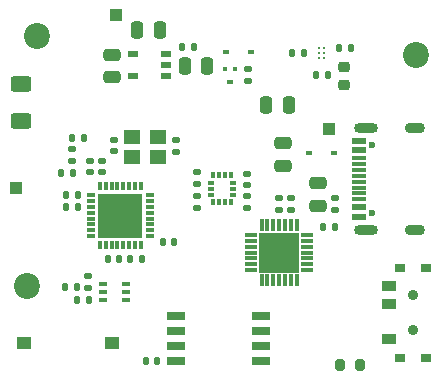
<source format=gbr>
%TF.GenerationSoftware,KiCad,Pcbnew,(6.0.0)*%
%TF.CreationDate,2022-11-27T20:06:59+00:00*%
%TF.ProjectId,Tracer,54726163-6572-42e6-9b69-6361645f7063,F*%
%TF.SameCoordinates,Original*%
%TF.FileFunction,Soldermask,Top*%
%TF.FilePolarity,Negative*%
%FSLAX46Y46*%
G04 Gerber Fmt 4.6, Leading zero omitted, Abs format (unit mm)*
G04 Created by KiCad (PCBNEW (6.0.0)) date 2022-11-27 20:06:59*
%MOMM*%
%LPD*%
G01*
G04 APERTURE LIST*
G04 Aperture macros list*
%AMRoundRect*
0 Rectangle with rounded corners*
0 $1 Rounding radius*
0 $2 $3 $4 $5 $6 $7 $8 $9 X,Y pos of 4 corners*
0 Add a 4 corners polygon primitive as box body*
4,1,4,$2,$3,$4,$5,$6,$7,$8,$9,$2,$3,0*
0 Add four circle primitives for the rounded corners*
1,1,$1+$1,$2,$3*
1,1,$1+$1,$4,$5*
1,1,$1+$1,$6,$7*
1,1,$1+$1,$8,$9*
0 Add four rect primitives between the rounded corners*
20,1,$1+$1,$2,$3,$4,$5,0*
20,1,$1+$1,$4,$5,$6,$7,0*
20,1,$1+$1,$6,$7,$8,$9,0*
20,1,$1+$1,$8,$9,$2,$3,0*%
G04 Aperture macros list end*
%ADD10RoundRect,0.140000X0.170000X-0.140000X0.170000X0.140000X-0.170000X0.140000X-0.170000X-0.140000X0*%
%ADD11RoundRect,0.250000X0.475000X-0.250000X0.475000X0.250000X-0.475000X0.250000X-0.475000X-0.250000X0*%
%ADD12RoundRect,0.140000X0.140000X0.170000X-0.140000X0.170000X-0.140000X-0.170000X0.140000X-0.170000X0*%
%ADD13RoundRect,0.250000X0.250000X0.475000X-0.250000X0.475000X-0.250000X-0.475000X0.250000X-0.475000X0*%
%ADD14R,0.600000X0.450000*%
%ADD15RoundRect,0.135000X-0.135000X-0.185000X0.135000X-0.185000X0.135000X0.185000X-0.135000X0.185000X0*%
%ADD16R,0.400000X0.450000*%
%ADD17R,0.500000X0.450000*%
%ADD18RoundRect,0.135000X0.135000X0.185000X-0.135000X0.185000X-0.135000X-0.185000X0.135000X-0.185000X0*%
%ADD19C,2.200000*%
%ADD20RoundRect,0.250000X-0.250000X-0.475000X0.250000X-0.475000X0.250000X0.475000X-0.250000X0.475000X0*%
%ADD21R,0.800000X0.300000*%
%ADD22R,0.300000X0.800000*%
%ADD23R,3.750000X3.750000*%
%ADD24RoundRect,0.135000X-0.185000X0.135000X-0.185000X-0.135000X0.185000X-0.135000X0.185000X0.135000X0*%
%ADD25R,0.350000X0.575000*%
%ADD26R,0.575000X0.350000*%
%ADD27R,1.000000X1.000000*%
%ADD28RoundRect,0.147500X-0.172500X0.147500X-0.172500X-0.147500X0.172500X-0.147500X0.172500X0.147500X0*%
%ADD29RoundRect,0.140000X-0.170000X0.140000X-0.170000X-0.140000X0.170000X-0.140000X0.170000X0.140000X0*%
%ADD30C,0.900000*%
%ADD31R,1.250000X0.900000*%
%ADD32R,0.900000X0.800000*%
%ADD33R,1.200000X1.000000*%
%ADD34RoundRect,0.135000X0.185000X-0.135000X0.185000X0.135000X-0.185000X0.135000X-0.185000X-0.135000X0*%
%ADD35RoundRect,0.140000X-0.140000X-0.170000X0.140000X-0.170000X0.140000X0.170000X-0.140000X0.170000X0*%
%ADD36R,1.000000X0.300000*%
%ADD37R,0.300000X1.000000*%
%ADD38R,3.350000X3.350000*%
%ADD39RoundRect,0.250000X-0.625000X0.400000X-0.625000X-0.400000X0.625000X-0.400000X0.625000X0.400000X0*%
%ADD40R,0.650000X0.400000*%
%ADD41C,0.226000*%
%ADD42C,0.600000*%
%ADD43R,1.160000X0.600000*%
%ADD44R,1.160000X0.300000*%
%ADD45O,2.000000X0.900000*%
%ADD46O,1.700000X0.900000*%
%ADD47RoundRect,0.218750X-0.256250X0.218750X-0.256250X-0.218750X0.256250X-0.218750X0.256250X0.218750X0*%
%ADD48R,1.400000X1.200000*%
%ADD49RoundRect,0.200000X0.200000X0.275000X-0.200000X0.275000X-0.200000X-0.275000X0.200000X-0.275000X0*%
%ADD50R,0.900000X0.600000*%
%ADD51R,1.650000X0.650000*%
G04 APERTURE END LIST*
D10*
%TO.C,C1*%
X149600000Y-97900000D03*
X149600000Y-96940000D03*
%TD*%
D11*
%TO.C,C16*%
X138195000Y-86850000D03*
X138195000Y-84950000D03*
%TD*%
D12*
%TO.C,C10*%
X135280000Y-96850000D03*
X134320000Y-96850000D03*
%TD*%
D13*
%TO.C,C5*%
X153155000Y-89200000D03*
X151255000Y-89200000D03*
%TD*%
D14*
%TO.C,D1*%
X154900000Y-93300000D03*
X157000000Y-93300000D03*
%TD*%
D15*
%TO.C,R6*%
X157430000Y-84400000D03*
X158450000Y-84400000D03*
%TD*%
D16*
%TO.C,Q2*%
X148600000Y-86125000D03*
X147800000Y-86125000D03*
D17*
X148200000Y-87275000D03*
%TD*%
D11*
%TO.C,C3*%
X152650000Y-94350000D03*
X152650000Y-92450000D03*
%TD*%
D18*
%TO.C,R10*%
X135210000Y-104650000D03*
X134190000Y-104650000D03*
%TD*%
D19*
%TO.C,H3*%
X131000000Y-104500000D03*
%TD*%
D20*
%TO.C,C6*%
X140345000Y-82900000D03*
X142245000Y-82900000D03*
%TD*%
D21*
%TO.C,IC4*%
X136400000Y-96825000D03*
X136400000Y-97325000D03*
X136400000Y-97825000D03*
X136400000Y-98325000D03*
X136400000Y-98825000D03*
X136400000Y-99325000D03*
X136400000Y-99825000D03*
X136400000Y-100325000D03*
D22*
X137150000Y-101075000D03*
X137650000Y-101075000D03*
X138150000Y-101075000D03*
X138650000Y-101075000D03*
X139150000Y-101075000D03*
X139650000Y-101075000D03*
X140150000Y-101075000D03*
X140650000Y-101075000D03*
D21*
X141400000Y-100325000D03*
X141400000Y-99825000D03*
X141400000Y-99325000D03*
X141400000Y-98825000D03*
X141400000Y-98325000D03*
X141400000Y-97825000D03*
X141400000Y-97325000D03*
X141400000Y-96825000D03*
D22*
X140650000Y-96075000D03*
X140150000Y-96075000D03*
X139650000Y-96075000D03*
X139150000Y-96075000D03*
X138650000Y-96075000D03*
X138150000Y-96075000D03*
X137650000Y-96075000D03*
X137150000Y-96075000D03*
D23*
X138900000Y-98575000D03*
%TD*%
D10*
%TO.C,C12*%
X136300000Y-94880000D03*
X136300000Y-93920000D03*
%TD*%
D24*
%TO.C,R12*%
X153350000Y-97090000D03*
X153350000Y-98110000D03*
%TD*%
D25*
%TO.C,IC1*%
X146750000Y-97463000D03*
X147250000Y-97463000D03*
X147750000Y-97463000D03*
X148250000Y-97463000D03*
D26*
X148412000Y-96800000D03*
X148412000Y-96300000D03*
X148412000Y-95800000D03*
D25*
X148250000Y-95137000D03*
X147750000Y-95137000D03*
X147250000Y-95137000D03*
X146750000Y-95137000D03*
D26*
X146588000Y-95800000D03*
X146588000Y-96300000D03*
X146588000Y-96800000D03*
%TD*%
D12*
%TO.C,C11*%
X142010000Y-110850000D03*
X141050000Y-110850000D03*
%TD*%
D11*
%TO.C,C18*%
X155600000Y-97750000D03*
X155600000Y-95850000D03*
%TD*%
D27*
%TO.C,TP6*%
X138500000Y-81550000D03*
%TD*%
D10*
%TO.C,C20*%
X143650000Y-93160000D03*
X143650000Y-92200000D03*
%TD*%
D28*
%TO.C,L1*%
X134825000Y-92965000D03*
X134825000Y-93935000D03*
%TD*%
D18*
%TO.C,R11*%
X145110000Y-84300000D03*
X144090000Y-84300000D03*
%TD*%
D12*
%TO.C,C21*%
X134855000Y-94925000D03*
X133895000Y-94925000D03*
%TD*%
D18*
%TO.C,R3*%
X154460000Y-84800000D03*
X153440000Y-84800000D03*
%TD*%
D24*
%TO.C,R4*%
X145400000Y-94890000D03*
X145400000Y-95910000D03*
%TD*%
D27*
%TO.C,TP11*%
X130100000Y-96200000D03*
%TD*%
D10*
%TO.C,C9*%
X137350000Y-94880000D03*
X137350000Y-93920000D03*
%TD*%
D19*
%TO.C,H2*%
X163900000Y-85000000D03*
%TD*%
D29*
%TO.C,C2*%
X149600000Y-95020000D03*
X149600000Y-95980000D03*
%TD*%
D30*
%TO.C,S2*%
X163700000Y-108300000D03*
X163700000Y-105300000D03*
D31*
X161625000Y-104550000D03*
X161625000Y-106050000D03*
X161625000Y-109050000D03*
D32*
X164800000Y-103000000D03*
X162600000Y-103000000D03*
X162600000Y-110600000D03*
X164800000Y-110600000D03*
%TD*%
D33*
%TO.C,S1*%
X138150000Y-109400000D03*
X130750000Y-109400000D03*
%TD*%
D14*
%TO.C,D3*%
X147850000Y-84700000D03*
X149950000Y-84700000D03*
%TD*%
D34*
%TO.C,R1*%
X149700000Y-87210000D03*
X149700000Y-86190000D03*
%TD*%
D35*
%TO.C,C19*%
X134820000Y-91985000D03*
X135780000Y-91985000D03*
%TD*%
D36*
%TO.C,IC8*%
X154700000Y-103200000D03*
X154700000Y-102700000D03*
X154700000Y-102200000D03*
X154700000Y-101700000D03*
X154700000Y-101200000D03*
X154700000Y-100700000D03*
X154700000Y-100200000D03*
D37*
X153850000Y-99350000D03*
X153350000Y-99350000D03*
X152850000Y-99350000D03*
X152350000Y-99350000D03*
X151850000Y-99350000D03*
X151350000Y-99350000D03*
X150850000Y-99350000D03*
D36*
X150000000Y-100200000D03*
X150000000Y-100700000D03*
X150000000Y-101200000D03*
X150000000Y-101700000D03*
X150000000Y-102200000D03*
X150000000Y-102700000D03*
X150000000Y-103200000D03*
D37*
X150850000Y-104050000D03*
X151350000Y-104050000D03*
X151850000Y-104050000D03*
X152350000Y-104050000D03*
X152850000Y-104050000D03*
X153350000Y-104050000D03*
X153850000Y-104050000D03*
D38*
X152350000Y-101700000D03*
%TD*%
D19*
%TO.C,H1*%
X131800000Y-83400000D03*
%TD*%
D39*
%TO.C,AE1*%
X130475000Y-87425000D03*
X130475000Y-90525000D03*
%TD*%
D35*
%TO.C,C13*%
X142520000Y-100800000D03*
X143480000Y-100800000D03*
%TD*%
%TO.C,C14*%
X137820000Y-102250000D03*
X138780000Y-102250000D03*
%TD*%
D29*
%TO.C,C22*%
X138350000Y-92170000D03*
X138350000Y-93130000D03*
%TD*%
D40*
%TO.C,Q1*%
X139350000Y-105700000D03*
X139350000Y-105050000D03*
X139350000Y-104400000D03*
X137450000Y-104400000D03*
X137450000Y-105050000D03*
X137450000Y-105700000D03*
%TD*%
D41*
%TO.C,IC3*%
X156140000Y-85200000D03*
X155740000Y-85200000D03*
X156140000Y-84800000D03*
X155740000Y-84800000D03*
X156140000Y-84400000D03*
X155740000Y-84400000D03*
%TD*%
D35*
%TO.C,C17*%
X156070000Y-99550000D03*
X157030000Y-99550000D03*
%TD*%
D42*
%TO.C,J1*%
X160175000Y-92560000D03*
X160175000Y-98340000D03*
D43*
X159125000Y-98650000D03*
X159115000Y-97850000D03*
D44*
X159115000Y-96700000D03*
X159115000Y-95700000D03*
X159115000Y-95200000D03*
X159115000Y-94200000D03*
D43*
X159115000Y-93050000D03*
X159115000Y-92250000D03*
X159115000Y-93050000D03*
D44*
X159115000Y-93700000D03*
X159115000Y-94700000D03*
X159115000Y-96200000D03*
X159115000Y-97200000D03*
D43*
X159115000Y-97850000D03*
D45*
X159695000Y-99770000D03*
D46*
X163865000Y-99770000D03*
X163865000Y-91130000D03*
D45*
X159695000Y-91130000D03*
%TD*%
D15*
%TO.C,R7*%
X135190000Y-105700000D03*
X136210000Y-105700000D03*
%TD*%
D47*
%TO.C,D2*%
X157800000Y-85962500D03*
X157800000Y-87537500D03*
%TD*%
D34*
%TO.C,R5*%
X145400000Y-97920000D03*
X145400000Y-96900000D03*
%TD*%
D10*
%TO.C,C8*%
X157100000Y-98060000D03*
X157100000Y-97100000D03*
%TD*%
D18*
%TO.C,R2*%
X156460000Y-86650000D03*
X155440000Y-86650000D03*
%TD*%
D13*
%TO.C,C4*%
X146245000Y-85900000D03*
X144345000Y-85900000D03*
%TD*%
D48*
%TO.C,Y1*%
X139900000Y-93650000D03*
X142100000Y-93650000D03*
X142100000Y-91950000D03*
X139900000Y-91950000D03*
%TD*%
D49*
%TO.C,R8*%
X159175000Y-111250000D03*
X157525000Y-111250000D03*
%TD*%
D50*
%TO.C,IC6*%
X142795000Y-86750000D03*
X142795000Y-85800000D03*
X142795000Y-84850000D03*
X139995000Y-84850000D03*
X139995000Y-86750000D03*
%TD*%
D12*
%TO.C,C15*%
X135280000Y-97850000D03*
X134320000Y-97850000D03*
%TD*%
D18*
%TO.C,R9*%
X140710000Y-102250000D03*
X139690000Y-102250000D03*
%TD*%
D34*
%TO.C,R13*%
X152350000Y-98120000D03*
X152350000Y-97100000D03*
%TD*%
D51*
%TO.C,IC2*%
X150800000Y-110855000D03*
X150800000Y-109585000D03*
X150800000Y-108315000D03*
X150800000Y-107045000D03*
X143600000Y-107045000D03*
X143600000Y-108315000D03*
X143600000Y-109585000D03*
X143600000Y-110855000D03*
%TD*%
D27*
%TO.C,TP2*%
X156550000Y-91200000D03*
%TD*%
D10*
%TO.C,C7*%
X136200000Y-104680000D03*
X136200000Y-103720000D03*
%TD*%
M02*

</source>
